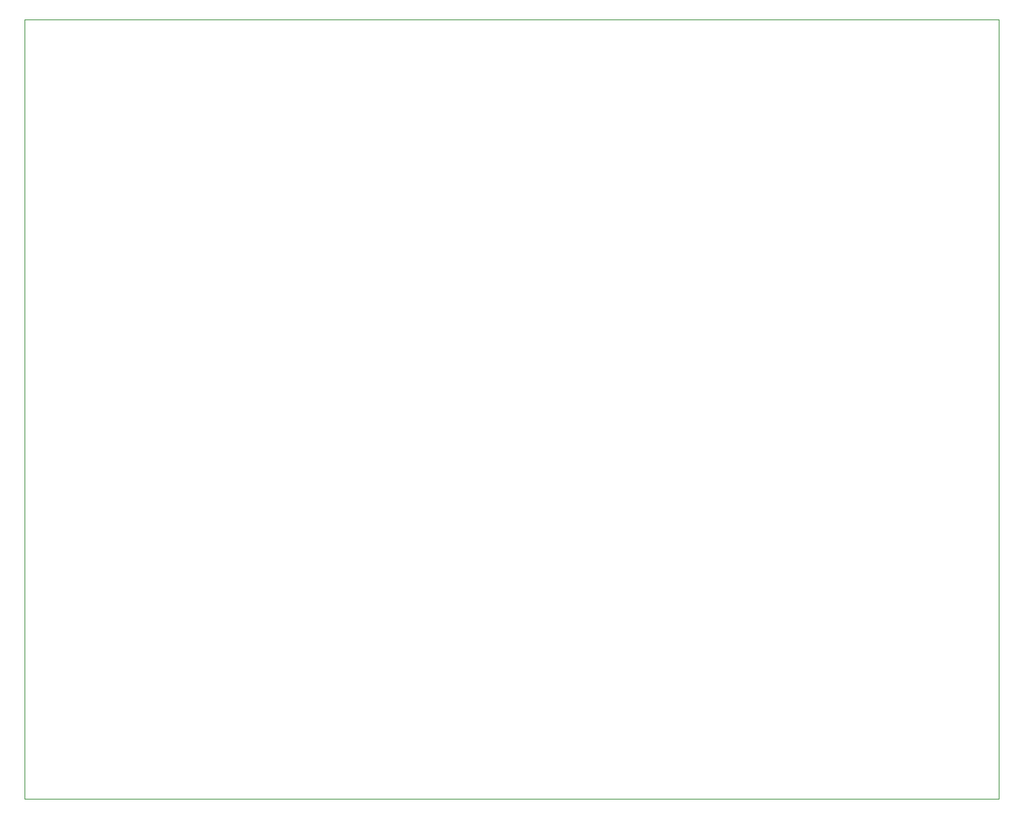
<source format=gbr>
G04 #@! TF.FileFunction,Profile,NP*
%FSLAX46Y46*%
G04 Gerber Fmt 4.6, Leading zero omitted, Abs format (unit mm)*
G04 Created by KiCad (PCBNEW 4.0.4-stable) date Tue Dec 20 19:00:27 2016*
%MOMM*%
%LPD*%
G01*
G04 APERTURE LIST*
%ADD10C,0.100000*%
G04 APERTURE END LIST*
D10*
X151765000Y-114960400D02*
X37465000Y-114960400D01*
X151765000Y-23520400D02*
X151765000Y-114960400D01*
X37465000Y-114960400D02*
X37465000Y-23520400D01*
X37465000Y-23520400D02*
X151765000Y-23520400D01*
M02*

</source>
